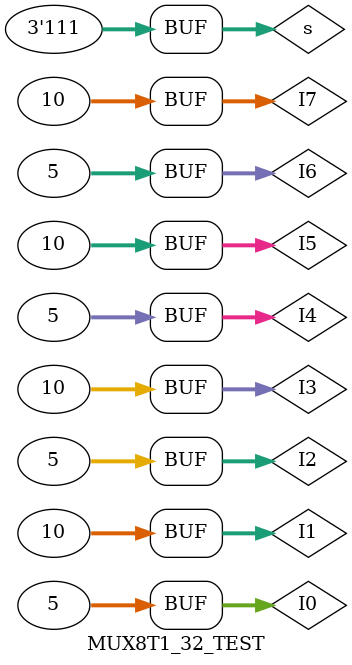
<source format=v>
`timescale 1ns / 1ps


module MUX8T1_32_TEST;

	// Inputs
	reg [31:0] I0;
	reg [31:0] I1;
	reg [31:0] I2;
	reg [31:0] I3;
	reg [31:0] I4;
	reg [31:0] I5;
	reg [31:0] I6;
	reg [31:0] I7;
	reg [2:0] s;

	// Outputs
	wire [31:0] O;

	// Instantiate the Unit Under Test (UUT)
	MUX8T1_32 uut (
		.I0(I0), 
		.I1(I1), 
		.I2(I2), 
		.I3(I3), 
		.I4(I4), 
		.I5(I5), 
		.I6(I6), 
		.I7(I7), 
		.s(s), 
		.O(O)
	);

	initial begin
		// Initialize Inputs
		I0 = 0;
		I1 = 1;
		I2 = 2;
		I3 = 3;
		I4 = 4;
		I5 = 5;
		I6 = 6;
		I7 = 7;
		s = 0;

		// Wait 100 ns for global reset to finish
		#100;
      s=1;
		#50;
		s=2;
		#50;
		s=3;
		#50;
		s=4;
		#50;
		s=5;
		#50;
		s=6;
		#50;
		s=7;
		#50;
		s=0;
		I0 = 32'h5;
		I1 = 32'hA;
		I2 = 32'h5;
		I3 = 32'hA;
		I4 = 32'h5;
		I5 = 32'hA;
		I6 = 32'h5;
		I7 = 32'hA;
		#50;
		s=1;
		#50;
		s=2;
		#50;
		s=3;
		#50;
		s=4;
		#50;
		s=5;
		#50;
		s=6;
		#50;
		s=7;
		#50;
		// Add stimulus here

	end
      
endmodule


</source>
